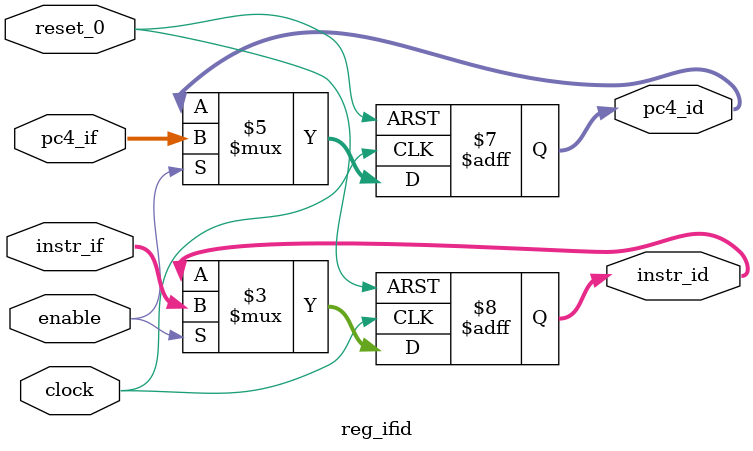
<source format=v>
/*
	
	Computer System (1) ------ Final Project
	MIPS 5-Level Pipeline CPU (Advanced)

	Author: 	Xu Yifei	&	Zhang Yiyi
	Stu. ID:	5130309056	&	5132409031
	Class: 		F1324004(ACM2013)
	College:	Zhiyuan College
	University: Shanghai Jiao Tong University

	File type:	Verilog --- Stage TRS
	File name:	Stage 1-2 --- IF->ID Register

	Version:
        0.1     2015/6/6    Version alpha;
        1.0 	2015/6/18 	Bug fixed;
		
*/

module reg_ifid (clock, reset_0, enable, pc4_if, instr_if, pc4_id, instr_id); 

	input	[31:0]	pc4_if, instr_if; 
	input	clock, reset_0, enable;

	output reg 	[31:0]	pc4_id, instr_id;
	
	always @(negedge reset_0 or posedge clock)
		if (reset_0 == 0) begin
			pc4_id <= 0;
			instr_id <= 0;
		end else if (enable) begin
			pc4_id <= pc4_if;
			instr_id <= instr_if;
		end

endmodule
</source>
